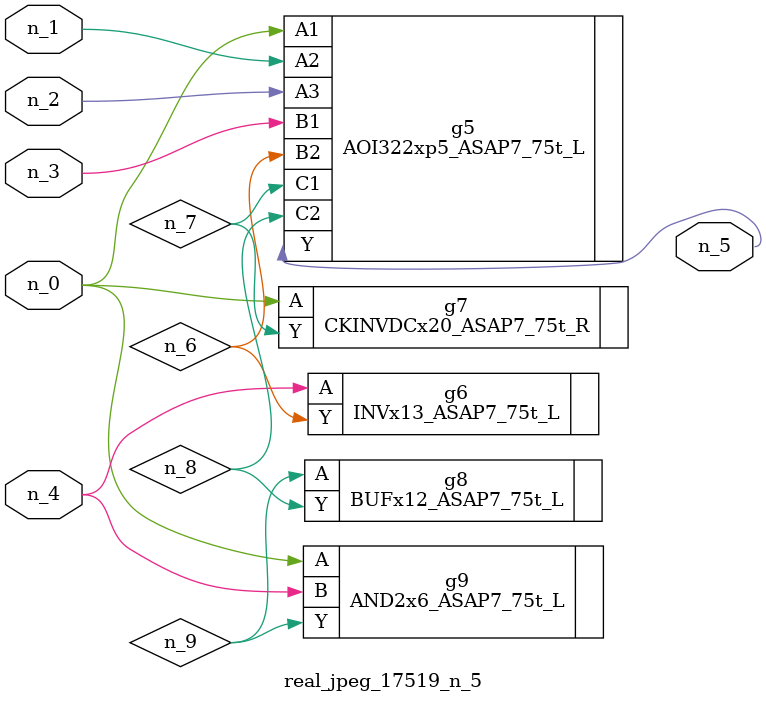
<source format=v>
module real_jpeg_17519_n_5 (n_4, n_0, n_1, n_2, n_3, n_5);

input n_4;
input n_0;
input n_1;
input n_2;
input n_3;

output n_5;

wire n_8;
wire n_6;
wire n_7;
wire n_9;

AOI322xp5_ASAP7_75t_L g5 ( 
.A1(n_0),
.A2(n_1),
.A3(n_2),
.B1(n_3),
.B2(n_6),
.C1(n_7),
.C2(n_8),
.Y(n_5)
);

CKINVDCx20_ASAP7_75t_R g7 ( 
.A(n_0),
.Y(n_7)
);

AND2x6_ASAP7_75t_L g9 ( 
.A(n_0),
.B(n_4),
.Y(n_9)
);

INVx13_ASAP7_75t_L g6 ( 
.A(n_4),
.Y(n_6)
);

BUFx12_ASAP7_75t_L g8 ( 
.A(n_9),
.Y(n_8)
);


endmodule
</source>
